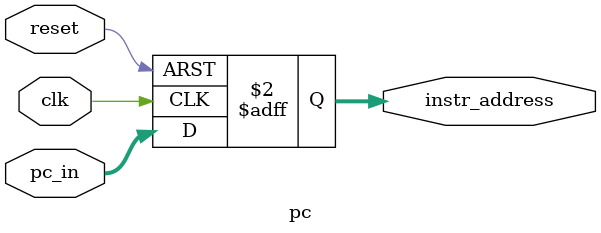
<source format=v>
module pc(
    input clk,
    input reset,
    input [31:0] pc_in,
    output reg [31:0] instr_address
    );
    

always @(posedge clk or posedge reset)
begin
    if(reset)
        instr_address <= 0;
    else
        instr_address <= pc_in;
end    
    
endmodule
</source>
